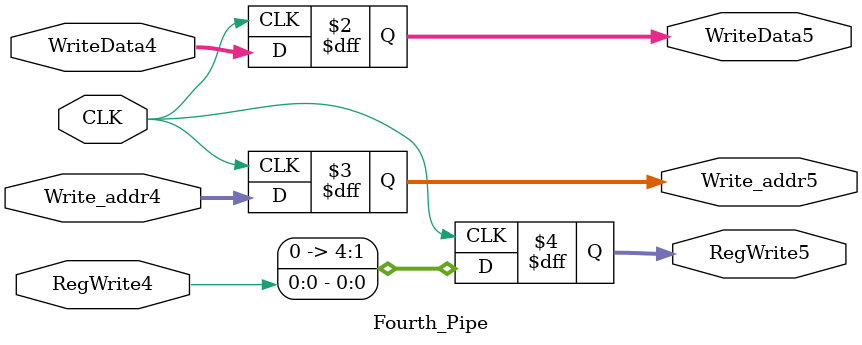
<source format=v>
module Fourth_Pipe(
		/*CLK*/
		input wire CLK,

		/*Write Data*/
		input wire [31:0] WriteData4,
		input wire [4:0] Write_addr4,

		/*control*/
		input wire RegWrite4,

		output reg [31:0] WriteData5,
		output reg [4:0] Write_addr5,
		output reg [4:0] RegWrite5

	);

always @(posedge CLK)
begin
	WriteData5 <= WriteData4;
	Write_addr5 <= Write_addr4;
	RegWrite5 <= RegWrite4;
end


endmodule
</source>
